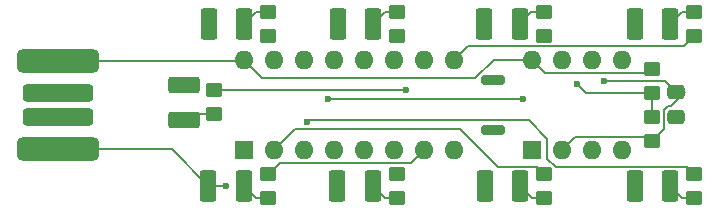
<source format=gbr>
%TF.GenerationSoftware,KiCad,Pcbnew,7.0.11+dfsg-1build4*%
%TF.CreationDate,2025-10-24T22:04:28+11:00*%
%TF.ProjectId,usb-ic,7573622d-6963-42e6-9b69-6361645f7063,rev?*%
%TF.SameCoordinates,Original*%
%TF.FileFunction,Copper,L1,Top*%
%TF.FilePolarity,Positive*%
%FSLAX46Y46*%
G04 Gerber Fmt 4.6, Leading zero omitted, Abs format (unit mm)*
G04 Created by KiCad (PCBNEW 7.0.11+dfsg-1build4) date 2025-10-24 22:04:28*
%MOMM*%
%LPD*%
G01*
G04 APERTURE LIST*
G04 Aperture macros list*
%AMRoundRect*
0 Rectangle with rounded corners*
0 $1 Rounding radius*
0 $2 $3 $4 $5 $6 $7 $8 $9 X,Y pos of 4 corners*
0 Add a 4 corners polygon primitive as box body*
4,1,4,$2,$3,$4,$5,$6,$7,$8,$9,$2,$3,0*
0 Add four circle primitives for the rounded corners*
1,1,$1+$1,$2,$3*
1,1,$1+$1,$4,$5*
1,1,$1+$1,$6,$7*
1,1,$1+$1,$8,$9*
0 Add four rect primitives between the rounded corners*
20,1,$1+$1,$2,$3,$4,$5,0*
20,1,$1+$1,$4,$5,$6,$7,0*
20,1,$1+$1,$6,$7,$8,$9,0*
20,1,$1+$1,$8,$9,$2,$3,0*%
G04 Aperture macros list end*
%TA.AperFunction,SMDPad,CuDef*%
%ADD10RoundRect,0.250000X-0.475000X0.337500X-0.475000X-0.337500X0.475000X-0.337500X0.475000X0.337500X0*%
%TD*%
%TA.AperFunction,SMDPad,CuDef*%
%ADD11RoundRect,0.250001X-0.462499X-1.074999X0.462499X-1.074999X0.462499X1.074999X-0.462499X1.074999X0*%
%TD*%
%TA.AperFunction,SMDPad,CuDef*%
%ADD12RoundRect,0.200000X-0.800000X0.200000X-0.800000X-0.200000X0.800000X-0.200000X0.800000X0.200000X0*%
%TD*%
%TA.AperFunction,SMDPad,CuDef*%
%ADD13RoundRect,0.250000X-0.450000X0.350000X-0.450000X-0.350000X0.450000X-0.350000X0.450000X0.350000X0*%
%TD*%
%TA.AperFunction,SMDPad,CuDef*%
%ADD14RoundRect,0.250001X-1.074999X0.462499X-1.074999X-0.462499X1.074999X-0.462499X1.074999X0.462499X0*%
%TD*%
%TA.AperFunction,ComponentPad*%
%ADD15R,1.600000X1.600000*%
%TD*%
%TA.AperFunction,ComponentPad*%
%ADD16O,1.600000X1.600000*%
%TD*%
%TA.AperFunction,SMDPad,CuDef*%
%ADD17RoundRect,0.250000X0.450000X-0.350000X0.450000X0.350000X-0.450000X0.350000X-0.450000X-0.350000X0*%
%TD*%
%TA.AperFunction,SMDPad,CuDef*%
%ADD18RoundRect,0.500000X-3.000000X-0.500000X3.000000X-0.500000X3.000000X0.500000X-3.000000X0.500000X0*%
%TD*%
%TA.AperFunction,SMDPad,CuDef*%
%ADD19RoundRect,0.375000X-2.625000X-0.375000X2.625000X-0.375000X2.625000X0.375000X-2.625000X0.375000X0*%
%TD*%
%TA.AperFunction,ViaPad*%
%ADD20C,0.600000*%
%TD*%
%TA.AperFunction,Conductor*%
%ADD21C,0.200000*%
%TD*%
G04 APERTURE END LIST*
D10*
%TO.P,C1,1*%
%TO.N,Net-(U1-THR)*%
X188712000Y-104605000D03*
%TO.P,C1,2*%
%TO.N,Net-(D1-K)*%
X188712000Y-106680000D03*
%TD*%
D11*
%TO.P,D9,1,K*%
%TO.N,Net-(D1-K)*%
X185239000Y-98806000D03*
%TO.P,D9,2,A*%
%TO.N,Net-(D9-A)*%
X188214000Y-98806000D03*
%TD*%
D12*
%TO.P,SW1,1,1*%
%TO.N,Net-(D1-K)*%
X173228000Y-103564000D03*
%TO.P,SW1,2,2*%
%TO.N,Net-(U1-Q)*%
X173228000Y-107764000D03*
%TD*%
D11*
%TO.P,D4,1,K*%
%TO.N,Net-(D1-K)*%
X149098000Y-112522000D03*
%TO.P,D4,2,A*%
%TO.N,Net-(D4-A)*%
X152073000Y-112522000D03*
%TD*%
%TO.P,D8,1,K*%
%TO.N,Net-(D1-K)*%
X172466000Y-98806000D03*
%TO.P,D8,2,A*%
%TO.N,Net-(D8-A)*%
X175441000Y-98806000D03*
%TD*%
%TO.P,D1,1,K*%
%TO.N,Net-(D1-K)*%
X185239000Y-112522000D03*
%TO.P,D1,2,A*%
%TO.N,Net-(D1-A)*%
X188214000Y-112522000D03*
%TD*%
D13*
%TO.P,R11,1*%
%TO.N,Net-(D9-A)*%
X190246000Y-97822000D03*
%TO.P,R11,2*%
%TO.N,Net-(U2-Q8)*%
X190246000Y-99822000D03*
%TD*%
D11*
%TO.P,D3,1,K*%
%TO.N,Net-(D1-K)*%
X160020000Y-112522000D03*
%TO.P,D3,2,A*%
%TO.N,Net-(D3-A)*%
X162995000Y-112522000D03*
%TD*%
%TO.P,D2,1,K*%
%TO.N,Net-(D1-K)*%
X172539000Y-112522000D03*
%TO.P,D2,2,A*%
%TO.N,Net-(D2-A)*%
X175514000Y-112522000D03*
%TD*%
D14*
%TO.P,D5,1,K*%
%TO.N,Net-(D1-K)*%
X147066000Y-103959000D03*
%TO.P,D5,2,A*%
%TO.N,Net-(D5-A)*%
X147066000Y-106934000D03*
%TD*%
D15*
%TO.P,U1,1,GND*%
%TO.N,Net-(D1-K)*%
X176530000Y-109464000D03*
D16*
%TO.P,U1,2,TR*%
%TO.N,Net-(U1-THR)*%
X179070000Y-109464000D03*
%TO.P,U1,3,Q*%
%TO.N,Net-(U1-Q)*%
X181610000Y-109464000D03*
%TO.P,U1,4,R*%
%TO.N,Net-(U1-R)*%
X184150000Y-109464000D03*
%TO.P,U1,5,CV*%
%TO.N,unconnected-(U1-CV-Pad5)*%
X184150000Y-101844000D03*
%TO.P,U1,6,THR*%
%TO.N,Net-(U1-THR)*%
X181610000Y-101844000D03*
%TO.P,U1,7,DIS*%
%TO.N,Net-(U1-DIS)*%
X179070000Y-101844000D03*
%TO.P,U1,8,VCC*%
%TO.N,Net-(U1-R)*%
X176530000Y-101844000D03*
%TD*%
D13*
%TO.P,R1,1*%
%TO.N,Net-(U1-R)*%
X186680000Y-102648000D03*
%TO.P,R1,2*%
%TO.N,Net-(U1-DIS)*%
X186680000Y-104648000D03*
%TD*%
D15*
%TO.P,U2,1,Q5*%
%TO.N,Net-(U2-Q5)*%
X152146000Y-109474000D03*
D16*
%TO.P,U2,2,Q1*%
%TO.N,Net-(U2-Q1)*%
X154686000Y-109474000D03*
%TO.P,U2,3,Q0*%
%TO.N,Net-(U2-Q0)*%
X157226000Y-109474000D03*
%TO.P,U2,4,Q2*%
%TO.N,Net-(U2-Q2)*%
X159766000Y-109474000D03*
%TO.P,U2,5,Q6*%
%TO.N,Net-(U2-Q6)*%
X162306000Y-109474000D03*
%TO.P,U2,6,Q7*%
%TO.N,Net-(U2-Q7)*%
X164846000Y-109474000D03*
%TO.P,U2,7,Q3*%
%TO.N,Net-(U2-Q3)*%
X167386000Y-109474000D03*
%TO.P,U2,8,VSS*%
%TO.N,Net-(D1-K)*%
X169926000Y-109474000D03*
%TO.P,U2,9,Q8*%
%TO.N,Net-(U2-Q8)*%
X169926000Y-101854000D03*
%TO.P,U2,10,Q4*%
%TO.N,Net-(U2-Q4)*%
X167386000Y-101854000D03*
%TO.P,U2,11,Q9*%
%TO.N,Net-(U2-Q9)*%
X164846000Y-101854000D03*
%TO.P,U2,12,Cout*%
%TO.N,unconnected-(U2-Cout-Pad12)*%
X162306000Y-101854000D03*
%TO.P,U2,13,CKEN*%
%TO.N,Net-(D1-K)*%
X159766000Y-101854000D03*
%TO.P,U2,14,CLK*%
%TO.N,Net-(U1-Q)*%
X157226000Y-101854000D03*
%TO.P,U2,15,Reset*%
%TO.N,Net-(U2-Q9)*%
X154686000Y-101854000D03*
%TO.P,U2,16,VDD*%
%TO.N,Net-(U1-R)*%
X152146000Y-101854000D03*
%TD*%
D13*
%TO.P,R2,1*%
%TO.N,Net-(U1-DIS)*%
X186680000Y-106712000D03*
%TO.P,R2,2*%
%TO.N,Net-(U1-THR)*%
X186680000Y-108712000D03*
%TD*%
D17*
%TO.P,R4,1*%
%TO.N,Net-(D2-A)*%
X177546000Y-113538000D03*
%TO.P,R4,2*%
%TO.N,Net-(U2-Q1)*%
X177546000Y-111538000D03*
%TD*%
%TO.P,R3,1*%
%TO.N,Net-(D1-A)*%
X190246000Y-113538000D03*
%TO.P,R3,2*%
%TO.N,Net-(U2-Q0)*%
X190246000Y-111538000D03*
%TD*%
D13*
%TO.P,R9,1*%
%TO.N,Net-(D7-A)*%
X165100000Y-97790000D03*
%TO.P,R9,2*%
%TO.N,Net-(U2-Q6)*%
X165100000Y-99790000D03*
%TD*%
D17*
%TO.P,R7,2*%
%TO.N,Net-(U2-Q4)*%
X149606000Y-104394000D03*
%TO.P,R7,1*%
%TO.N,Net-(D5-A)*%
X149606000Y-106394000D03*
%TD*%
D13*
%TO.P,R8,1*%
%TO.N,Net-(D6-A)*%
X154178000Y-97822000D03*
%TO.P,R8,2*%
%TO.N,Net-(U2-Q5)*%
X154178000Y-99822000D03*
%TD*%
D11*
%TO.P,D6,1,K*%
%TO.N,Net-(D1-K)*%
X149171000Y-98806000D03*
%TO.P,D6,2,A*%
%TO.N,Net-(D6-A)*%
X152146000Y-98806000D03*
%TD*%
%TO.P,D7,1,K*%
%TO.N,Net-(D1-K)*%
X160093000Y-98806000D03*
%TO.P,D7,2,A*%
%TO.N,Net-(D7-A)*%
X163068000Y-98806000D03*
%TD*%
D17*
%TO.P,R6,1*%
%TO.N,Net-(D4-A)*%
X154178000Y-113538000D03*
%TO.P,R6,2*%
%TO.N,Net-(U2-Q3)*%
X154178000Y-111538000D03*
%TD*%
D18*
%TO.P,U3,1,VCC*%
%TO.N,Net-(U1-R)*%
X136398000Y-101930000D03*
D19*
%TO.P,U3,2,D+*%
%TO.N,unconnected-(U3-D+-Pad2)*%
X136398000Y-104680000D03*
%TO.P,U3,3,D-*%
%TO.N,unconnected-(U3-D--Pad3)*%
X136398000Y-106680000D03*
D18*
%TO.P,U3,4,GND*%
%TO.N,Net-(D1-K)*%
X136398000Y-109430000D03*
%TD*%
D17*
%TO.P,R5,1*%
%TO.N,Net-(D3-A)*%
X165100000Y-113538000D03*
%TO.P,R5,2*%
%TO.N,Net-(U2-Q2)*%
X165100000Y-111538000D03*
%TD*%
D13*
%TO.P,R10,1*%
%TO.N,Net-(D8-A)*%
X177546000Y-97806000D03*
%TO.P,R10,2*%
%TO.N,Net-(U2-Q7)*%
X177546000Y-99806000D03*
%TD*%
D20*
%TO.N,Net-(D1-K)*%
X172539000Y-112522000D03*
X160093000Y-98806000D03*
X173228000Y-103564000D03*
X147066000Y-103959000D03*
X172466000Y-98806000D03*
X188712000Y-106680000D03*
X185239000Y-112522000D03*
X160020000Y-112522000D03*
X185239000Y-98806000D03*
X149171000Y-98806000D03*
X150622000Y-112522000D03*
%TO.N,Net-(U1-THR)*%
X182626000Y-103632000D03*
%TO.N,Net-(U1-Q)*%
X159258000Y-105156000D03*
X173228000Y-107764000D03*
X175768000Y-105156000D03*
%TO.N,Net-(U1-DIS)*%
X180340000Y-103886000D03*
%TO.N,Net-(U2-Q0)*%
X157480000Y-107096000D03*
%TO.N,Net-(U2-Q2)*%
X165100000Y-111506000D03*
%TO.N,Net-(U2-Q4)*%
X165862000Y-104394000D03*
%TO.N,Net-(U2-Q5)*%
X154178000Y-99822000D03*
%TO.N,Net-(U2-Q6)*%
X165100000Y-99822000D03*
%TO.N,Net-(U2-Q7)*%
X177546000Y-99822000D03*
%TD*%
D21*
%TO.N,Net-(U1-THR)*%
X188712000Y-104605000D02*
X189484000Y-104605000D01*
X188296500Y-105792500D02*
X188002256Y-105792500D01*
X189484000Y-104605000D02*
X188296500Y-105792500D01*
X188002256Y-105792500D02*
X187687000Y-106107756D01*
X187687000Y-106107756D02*
X187687000Y-107705000D01*
X187687000Y-107705000D02*
X186680000Y-108712000D01*
%TO.N,Net-(D1-K)*%
X149098000Y-112522000D02*
X150622000Y-112522000D01*
X146006000Y-109430000D02*
X149098000Y-112522000D01*
X136398000Y-109430000D02*
X146006000Y-109430000D01*
%TO.N,Net-(U1-THR)*%
X187739000Y-103632000D02*
X182626000Y-103632000D01*
X188712000Y-104605000D02*
X187739000Y-103632000D01*
X180170000Y-108364000D02*
X179070000Y-109464000D01*
X186332000Y-108364000D02*
X180170000Y-108364000D01*
X186680000Y-108712000D02*
X186332000Y-108364000D01*
%TO.N,Net-(U1-Q)*%
X175768000Y-105156000D02*
X159258000Y-105156000D01*
%TO.N,Net-(D1-A)*%
X190246000Y-113538000D02*
X189230000Y-113538000D01*
X189230000Y-113538000D02*
X188214000Y-112522000D01*
%TO.N,Net-(D2-A)*%
X176530000Y-113538000D02*
X175514000Y-112522000D01*
X177546000Y-113538000D02*
X176530000Y-113538000D01*
%TO.N,Net-(D3-A)*%
X164011000Y-113538000D02*
X162995000Y-112522000D01*
X165100000Y-113538000D02*
X164011000Y-113538000D01*
%TO.N,Net-(D4-A)*%
X153089000Y-113538000D02*
X152073000Y-112522000D01*
X154178000Y-113538000D02*
X153089000Y-113538000D01*
%TO.N,Net-(D5-A)*%
X147574000Y-106426000D02*
X147066000Y-106934000D01*
X149606000Y-106426000D02*
X147574000Y-106426000D01*
%TO.N,Net-(D6-A)*%
X154178000Y-97822000D02*
X153130000Y-97822000D01*
X153130000Y-97822000D02*
X152146000Y-98806000D01*
%TO.N,Net-(D7-A)*%
X164084000Y-97790000D02*
X163068000Y-98806000D01*
X165100000Y-97790000D02*
X164084000Y-97790000D01*
%TO.N,Net-(D8-A)*%
X177546000Y-97806000D02*
X176441000Y-97806000D01*
X176441000Y-97806000D02*
X175441000Y-98806000D01*
%TO.N,Net-(D9-A)*%
X190246000Y-97822000D02*
X189198000Y-97822000D01*
X189198000Y-97822000D02*
X188214000Y-98806000D01*
%TO.N,Net-(U1-R)*%
X171701352Y-103378000D02*
X173235352Y-101844000D01*
X136398000Y-101930000D02*
X152070000Y-101930000D01*
X152070000Y-101930000D02*
X152146000Y-101854000D01*
X153670000Y-103378000D02*
X171701352Y-103378000D01*
X152146000Y-101854000D02*
X153670000Y-103378000D01*
X186680000Y-102648000D02*
X186384000Y-102944000D01*
X173235352Y-101844000D02*
X176530000Y-101844000D01*
X177630000Y-102944000D02*
X176530000Y-101844000D01*
X186384000Y-102944000D02*
X177630000Y-102944000D01*
%TO.N,Net-(U1-DIS)*%
X181102000Y-104648000D02*
X180340000Y-103886000D01*
X186680000Y-104648000D02*
X181102000Y-104648000D01*
X186680000Y-104648000D02*
X186680000Y-106712000D01*
%TO.N,Net-(U2-Q0)*%
X189605000Y-110897000D02*
X178489744Y-110897000D01*
X157642000Y-106934000D02*
X157480000Y-107096000D01*
X177800000Y-108534000D02*
X176200000Y-106934000D01*
X177800000Y-110207256D02*
X177800000Y-108534000D01*
X190246000Y-111538000D02*
X189605000Y-110897000D01*
X178489744Y-110897000D02*
X177800000Y-110207256D01*
X176200000Y-106934000D02*
X157642000Y-106934000D01*
%TO.N,Net-(U2-Q1)*%
X177546000Y-111538000D02*
X176905000Y-110897000D01*
X170434000Y-107696000D02*
X156464000Y-107696000D01*
X173635000Y-110897000D02*
X170434000Y-107696000D01*
X156464000Y-107696000D02*
X154686000Y-109474000D01*
X176905000Y-110897000D02*
X173635000Y-110897000D01*
%TO.N,Net-(U2-Q2)*%
X165100000Y-111538000D02*
X165100000Y-111506000D01*
%TO.N,Net-(U2-Q3)*%
X154178000Y-111538000D02*
X155142000Y-110574000D01*
X155142000Y-110574000D02*
X166286000Y-110574000D01*
X166286000Y-110574000D02*
X167386000Y-109474000D01*
%TO.N,Net-(U2-Q4)*%
X165830000Y-104426000D02*
X165862000Y-104394000D01*
X149606000Y-104426000D02*
X165830000Y-104426000D01*
%TO.N,Net-(U2-Q6)*%
X165100000Y-99790000D02*
X165100000Y-99822000D01*
%TO.N,Net-(U2-Q7)*%
X177546000Y-99806000D02*
X177546000Y-99822000D01*
%TO.N,Net-(U2-Q8)*%
X171074000Y-100706000D02*
X169926000Y-101854000D01*
X190246000Y-99822000D02*
X189362000Y-100706000D01*
X189362000Y-100706000D02*
X171074000Y-100706000D01*
%TD*%
M02*

</source>
